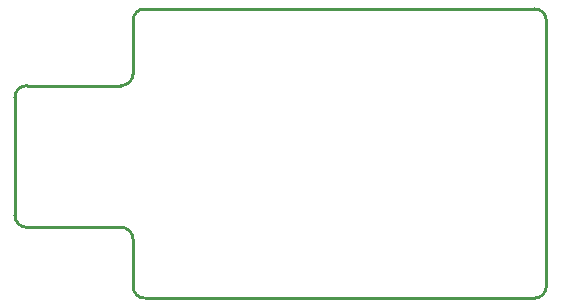
<source format=gko>
G04 Layer: BoardOutlineLayer*
G04 EasyEDA v6.5.40, 2024-08-21 00:56:45*
G04 a67cddfb3fce44daa9051d46cbbcc19f,10*
G04 Gerber Generator version 0.2*
G04 Scale: 100 percent, Rotated: No, Reflected: No *
G04 Dimensions in millimeters *
G04 leading zeros omitted , absolute positions ,4 integer and 5 decimal *
%FSLAX45Y45*%
%MOMM*%

%ADD10C,0.2540*%
D10*
X1049997Y2249995D02*
G01*
X4399993Y2249995D01*
X4399991Y-199999D02*
G01*
X1321638Y-199999D01*
X1100404Y-199999D01*
X4499990Y2149995D02*
G01*
X4499990Y-99999D01*
X999997Y2149995D02*
G01*
X999997Y1699996D01*
X999997Y-99999D02*
G01*
X999997Y299999D01*
X99999Y1599996D02*
G01*
X899998Y1599996D01*
X99999Y399999D02*
G01*
X899998Y399999D01*
X0Y499998D02*
G01*
X0Y1499996D01*
G75*
G01*
X100000Y399999D02*
G02*
X0Y499999I0J100000D01*
G75*
G01*
X0Y1499997D02*
G02*
X100000Y1599997I100000J0D01*
G75*
G01*
X999998Y1699997D02*
G02*
X899998Y1599997I-100000J0D01*
G75*
G01*
X899998Y399999D02*
G02*
X999998Y299999I0J-100000D01*
G75*
G01*
X1100328Y-200000D02*
G02*
X1000328Y-100000I0J100000D01*
G75*
G01*
X999998Y2149996D02*
G02*
X1099998Y2249995I100000J0D01*
G75*
G01*
X4499991Y-100000D02*
G02*
X4399991Y-200000I-100000J0D01*
G75*
G01*
X4399996Y2249995D02*
G02*
X4499996Y2149996I0J-99999D01*

%LPD*%
M02*

</source>
